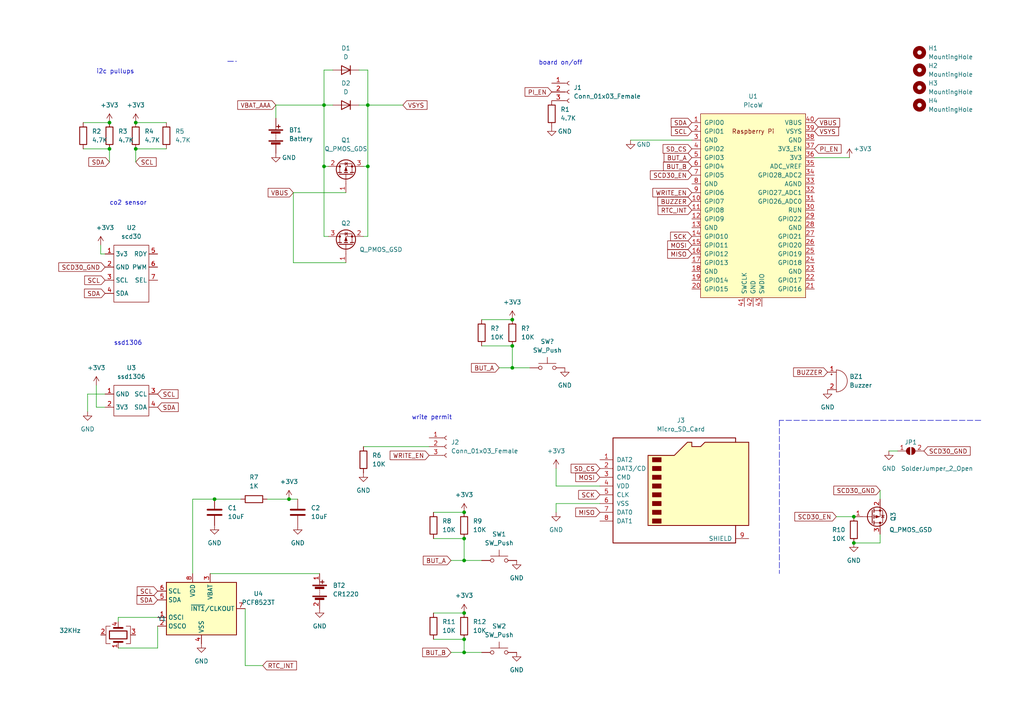
<source format=kicad_sch>
(kicad_sch (version 20211123) (generator eeschema)
  (paper "A4")
  (lib_symbols
    (symbol "Battery_1" (pin_names (offset 0) hide)
      (property "Reference" "BT" (at 2.54 2.54 0))
      (property "Value" "Battery_1" (at 2.54 0 0))
      (symbol "Battery_1_0_1"
        (rectangle (start -2.032 -1.397) (end 2.032 -1.651) (fill (type outline)))
        (rectangle (start -2.032 1.778) (end 2.032 1.524) (fill (type outline)))
        (rectangle (start -1.3208 -1.9812) (end 1.27 -2.4892) (fill (type outline)))
        (rectangle (start -1.3208 1.1938) (end 1.27 0.6858) (fill (type outline)))
        (polyline (pts (xy 0 -1.524) (xy 0 -1.27)))
        (polyline (pts (xy 0 -1.016) (xy 0 -0.762)))
        (polyline (pts (xy 0 -0.508) (xy 0 -0.254)))
        (polyline (pts (xy 0 0) (xy 0 0.254)))
        (polyline (pts (xy 0 0.508) (xy 0 0.762)))
        (polyline (pts (xy 0 1.778) (xy 0 2.54)))
        (polyline (pts (xy 0.254 2.667) (xy 1.27 2.667)) (stroke (width 0.254)))
        (polyline (pts (xy 0.762 3.175) (xy 0.762 2.159)) (stroke (width 0.254)))
      )
      (symbol "Battery_1_1_1"
        (pin passive line (at 0 5.08 270) (length 2.54) (name "+") (number "1"))
        (pin passive line (at 0 -5.08 90) (length 2.54) (name "-") (number "2"))
      )
    )
    (symbol "Connector:Conn_01x03_Female" (pin_names (offset 1.016) hide)
      (property "Reference" "J" (at 0 5.08 0))
      (property "Value" "Conn_01x03_Female" (at 0 -5.08 0))
      (symbol "Conn_01x03_Female_1_1"
        (arc (start 0 -2.032) (mid -0.508 -2.54) (end 0 -3.048) (stroke (width 0.1524)))
        (polyline (pts (xy -1.27 -2.54) (xy -0.508 -2.54)) (stroke (width 0.1524)))
        (polyline (pts (xy -1.27 0) (xy -0.508 0)) (stroke (width 0.1524)))
        (polyline (pts (xy -1.27 2.54) (xy -0.508 2.54)) (stroke (width 0.1524)))
        (arc (start 0 0.508) (mid -0.508 0) (end 0 -0.508) (stroke (width 0.1524)))
        (arc (start 0 3.048) (mid -0.508 2.54) (end 0 2.032) (stroke (width 0.1524)))
        (pin passive line (at -5.08 2.54 0) (length 3.81) (name "Pin_1") (number "1"))
        (pin passive line (at -5.08 0 0) (length 3.81) (name "Pin_2") (number "2"))
        (pin passive line (at -5.08 -2.54 0) (length 3.81) (name "Pin_3") (number "3"))
      )
    )
    (symbol "Connector:Micro_SD_Card" (pin_names (offset 1.016))
      (property "Reference" "J" (at -16.51 15.24 0))
      (property "Value" "Micro_SD_Card" (at 16.51 15.24 0))
      (symbol "Micro_SD_Card_0_1"
        (rectangle (start -7.62 -9.525) (end -5.08 -10.795) (fill (type outline)))
        (rectangle (start -7.62 -6.985) (end -5.08 -8.255) (fill (type outline)))
        (rectangle (start -7.62 -4.445) (end -5.08 -5.715) (fill (type outline)))
        (rectangle (start -7.62 -1.905) (end -5.08 -3.175) (fill (type outline)))
        (rectangle (start -7.62 0.635) (end -5.08 -0.635) (fill (type outline)))
        (rectangle (start -7.62 3.175) (end -5.08 1.905) (fill (type outline)))
        (rectangle (start -7.62 5.715) (end -5.08 4.445) (fill (type outline)))
        (rectangle (start -7.62 8.255) (end -5.08 6.985) (fill (type outline)))
        (polyline (pts (xy 16.51 12.7) (xy 16.51 13.97) (xy -19.05 13.97) (xy -19.05 -16.51) (xy 16.51 -16.51) (xy 16.51 -11.43)) (stroke (width 0.254)))
        (polyline (pts (xy -8.89 -11.43) (xy -8.89 8.89) (xy -1.27 8.89) (xy 2.54 12.7) (xy 3.81 12.7) (xy 3.81 11.43) (xy 6.35 11.43) (xy 7.62 12.7) (xy 20.32 12.7) (xy 20.32 -11.43) (xy -8.89 -11.43)) (stroke (width 0.254)) (fill (type background)))
      )
      (symbol "Micro_SD_Card_1_1"
        (pin bidirectional line (at -22.86 7.62 0) (length 3.81) (name "DAT2") (number "1"))
        (pin bidirectional line (at -22.86 5.08 0) (length 3.81) (name "DAT3/CD") (number "2"))
        (pin input line (at -22.86 2.54 0) (length 3.81) (name "CMD") (number "3"))
        (pin power_in line (at -22.86 0 0) (length 3.81) (name "VDD") (number "4"))
        (pin input line (at -22.86 -2.54 0) (length 3.81) (name "CLK") (number "5"))
        (pin power_in line (at -22.86 -5.08 0) (length 3.81) (name "VSS") (number "6"))
        (pin bidirectional line (at -22.86 -7.62 0) (length 3.81) (name "DAT0") (number "7"))
        (pin bidirectional line (at -22.86 -10.16 0) (length 3.81) (name "DAT1") (number "8"))
        (pin passive line (at 20.32 -15.24 180) (length 3.81) (name "SHIELD") (number "9"))
      )
    )
    (symbol "Device:Battery" (pin_numbers hide) (pin_names (offset 0) hide)
      (property "Reference" "BT" (at 2.54 2.54 0))
      (property "Value" "Battery" (at 2.54 0 0))
      (symbol "Battery_0_1"
        (rectangle (start -2.032 -1.397) (end 2.032 -1.651) (fill (type outline)))
        (rectangle (start -2.032 1.778) (end 2.032 1.524) (fill (type outline)))
        (rectangle (start -1.3208 -1.9812) (end 1.27 -2.4892) (fill (type outline)))
        (rectangle (start -1.3208 1.1938) (end 1.27 0.6858) (fill (type outline)))
        (polyline (pts (xy 0 -1.524) (xy 0 -1.27)))
        (polyline (pts (xy 0 -1.016) (xy 0 -0.762)))
        (polyline (pts (xy 0 -0.508) (xy 0 -0.254)))
        (polyline (pts (xy 0 0) (xy 0 0.254)))
        (polyline (pts (xy 0 0.508) (xy 0 0.762)))
        (polyline (pts (xy 0 1.778) (xy 0 2.54)))
        (polyline (pts (xy 0.254 2.667) (xy 1.27 2.667)) (stroke (width 0.254)))
        (polyline (pts (xy 0.762 3.175) (xy 0.762 2.159)) (stroke (width 0.254)))
      )
      (symbol "Battery_1_1"
        (pin passive line (at 0 5.08 270) (length 2.54) (name "+") (number "1"))
        (pin passive line (at 0 -5.08 90) (length 2.54) (name "-") (number "2"))
      )
    )
    (symbol "Device:Buzzer" (pin_names (offset 0.0254) hide)
      (property "Reference" "BZ" (at 3.81 1.27 0))
      (property "Value" "Buzzer" (at 3.81 -1.27 0))
      (symbol "Buzzer_0_1"
        (arc (start 0 -3.175) (mid 3.175 0) (end 0 3.175))
        (polyline (pts (xy -1.651 1.905) (xy -1.143 1.905)))
        (polyline (pts (xy -1.397 2.159) (xy -1.397 1.651)))
        (polyline (pts (xy 0 3.175) (xy 0 -3.175)))
      )
      (symbol "Buzzer_1_1"
        (pin passive line (at -2.54 2.54 0) (length 2.54) (name "-") (number "1"))
        (pin passive line (at -2.54 -2.54 0) (length 2.54) (name "+") (number "2"))
      )
    )
    (symbol "Device:C" (pin_numbers hide) (pin_names (offset 0.254))
      (property "Reference" "C" (at 0.635 2.54 0))
      (property "Value" "C" (at 0.635 -2.54 0))
      (symbol "C_0_1"
        (polyline (pts (xy -2.032 -0.762) (xy 2.032 -0.762)) (stroke (width 0.508)))
        (polyline (pts (xy -2.032 0.762) (xy 2.032 0.762)) (stroke (width 0.508)))
      )
      (symbol "C_1_1"
        (pin passive line (at 0 3.81 270) (length 2.794) (name "~") (number "1"))
        (pin passive line (at 0 -3.81 90) (length 2.794) (name "~") (number "2"))
      )
    )
    (symbol "Device:Crystal_GND23" (pin_names (offset 1.016) hide)
      (property "Reference" "Y" (at 3.175 5.08 0))
      (property "Value" "Crystal_GND23" (at 3.175 3.175 0))
      (symbol "Crystal_GND23_0_1"
        (rectangle (start -1.143 2.54) (end 1.143 -2.54) (stroke (width 0.3048)))
        (polyline (pts (xy -2.54 0) (xy -2.032 0)))
        (polyline (pts (xy -2.032 -1.27) (xy -2.032 1.27)) (stroke (width 0.508)))
        (polyline (pts (xy 0 -3.81) (xy 0 -3.556)))
        (polyline (pts (xy 0 3.556) (xy 0 3.81)))
        (polyline (pts (xy 2.032 -1.27) (xy 2.032 1.27)) (stroke (width 0.508)))
        (polyline (pts (xy 2.032 0) (xy 2.54 0)))
        (polyline (pts (xy -2.54 -2.286) (xy -2.54 -3.556) (xy 2.54 -3.556) (xy 2.54 -2.286)))
        (polyline (pts (xy -2.54 2.286) (xy -2.54 3.556) (xy 2.54 3.556) (xy 2.54 2.286)))
      )
      (symbol "Crystal_GND23_1_1"
        (pin passive line (at -3.81 0 0) (length 1.27) (name "1") (number "1"))
        (pin passive line (at 0 5.08 270) (length 1.27) (name "2") (number "2"))
        (pin passive line (at 0 -5.08 90) (length 1.27) (name "3") (number "3"))
        (pin passive line (at 3.81 0 180) (length 1.27) (name "4") (number "4"))
      )
    )
    (symbol "Device:D" (pin_numbers hide) (pin_names (offset 1.016) hide)
      (property "Reference" "D" (at 0 2.54 0))
      (property "Value" "D" (at 0 -2.54 0))
      (symbol "D_0_1"
        (polyline (pts (xy -1.27 1.27) (xy -1.27 -1.27)) (stroke (width 0.254)))
        (polyline (pts (xy 1.27 0) (xy -1.27 0)))
        (polyline (pts (xy 1.27 1.27) (xy 1.27 -1.27) (xy -1.27 0) (xy 1.27 1.27)) (stroke (width 0.254)))
      )
      (symbol "D_1_1"
        (pin passive line (at -3.81 0 0) (length 2.54) (name "K") (number "1"))
        (pin passive line (at 3.81 0 180) (length 2.54) (name "A") (number "2"))
      )
    )
    (symbol "Device:Q_PMOS_GDS" (pin_names (offset 0) hide)
      (property "Reference" "Q" (at 5.08 1.27 0))
      (property "Value" "Q_PMOS_GDS" (at 5.08 -1.27 0))
      (symbol "Q_PMOS_GDS_0_1"
        (polyline (pts (xy 0.254 0) (xy -2.54 0)))
        (polyline (pts (xy 0.254 1.905) (xy 0.254 -1.905)) (stroke (width 0.254)))
        (polyline (pts (xy 0.762 -1.27) (xy 0.762 -2.286)) (stroke (width 0.254)))
        (polyline (pts (xy 0.762 0.508) (xy 0.762 -0.508)) (stroke (width 0.254)))
        (polyline (pts (xy 0.762 2.286) (xy 0.762 1.27)) (stroke (width 0.254)))
        (polyline (pts (xy 2.54 2.54) (xy 2.54 1.778)))
        (polyline (pts (xy 2.54 -2.54) (xy 2.54 0) (xy 0.762 0)))
        (polyline (pts (xy 0.762 1.778) (xy 3.302 1.778) (xy 3.302 -1.778) (xy 0.762 -1.778)))
        (polyline (pts (xy 2.286 0) (xy 1.27 0.381) (xy 1.27 -0.381) (xy 2.286 0)) (fill (type outline)))
        (polyline (pts (xy 2.794 -0.508) (xy 2.921 -0.381) (xy 3.683 -0.381) (xy 3.81 -0.254)))
        (polyline (pts (xy 3.302 -0.381) (xy 2.921 0.254) (xy 3.683 0.254) (xy 3.302 -0.381)))
        (circle (center 1.651 0) (radius 2.794) (stroke (width 0.254)))
        (circle (center 2.54 -1.778) (radius 0.254) (fill (type outline)))
        (circle (center 2.54 1.778) (radius 0.254) (fill (type outline)))
      )
      (symbol "Q_PMOS_GDS_1_1"
        (pin input line (at -5.08 0 0) (length 2.54) (name "G") (number "1"))
        (pin passive line (at 2.54 5.08 270) (length 2.54) (name "D") (number "2"))
        (pin passive line (at 2.54 -5.08 90) (length 2.54) (name "S") (number "3"))
      )
    )
    (symbol "Device:Q_PMOS_GSD" (pin_names (offset 0) hide)
      (property "Reference" "Q" (at 5.08 1.27 0))
      (property "Value" "Q_PMOS_GSD" (at 5.08 -1.27 0))
      (symbol "Q_PMOS_GSD_0_1"
        (polyline (pts (xy 0.254 0) (xy -2.54 0)))
        (polyline (pts (xy 0.254 1.905) (xy 0.254 -1.905)) (stroke (width 0.254)))
        (polyline (pts (xy 0.762 -1.27) (xy 0.762 -2.286)) (stroke (width 0.254)))
        (polyline (pts (xy 0.762 0.508) (xy 0.762 -0.508)) (stroke (width 0.254)))
        (polyline (pts (xy 0.762 2.286) (xy 0.762 1.27)) (stroke (width 0.254)))
        (polyline (pts (xy 2.54 2.54) (xy 2.54 1.778)))
        (polyline (pts (xy 2.54 -2.54) (xy 2.54 0) (xy 0.762 0)))
        (polyline (pts (xy 0.762 1.778) (xy 3.302 1.778) (xy 3.302 -1.778) (xy 0.762 -1.778)))
        (polyline (pts (xy 2.286 0) (xy 1.27 0.381) (xy 1.27 -0.381) (xy 2.286 0)) (fill (type outline)))
        (polyline (pts (xy 2.794 -0.508) (xy 2.921 -0.381) (xy 3.683 -0.381) (xy 3.81 -0.254)))
        (polyline (pts (xy 3.302 -0.381) (xy 2.921 0.254) (xy 3.683 0.254) (xy 3.302 -0.381)))
        (circle (center 1.651 0) (radius 2.794) (stroke (width 0.254)))
        (circle (center 2.54 -1.778) (radius 0.254) (fill (type outline)))
        (circle (center 2.54 1.778) (radius 0.254) (fill (type outline)))
      )
      (symbol "Q_PMOS_GSD_1_1"
        (pin input line (at -5.08 0 0) (length 2.54) (name "G") (number "1"))
        (pin passive line (at 2.54 -5.08 90) (length 2.54) (name "S") (number "2"))
        (pin passive line (at 2.54 5.08 270) (length 2.54) (name "D") (number "3"))
      )
    )
    (symbol "Device:R" (pin_numbers hide) (pin_names (offset 0))
      (property "Reference" "R" (at 2.032 0 90))
      (property "Value" "R" (at 0 0 90))
      (symbol "R_0_1"
        (rectangle (start -1.016 -2.54) (end 1.016 2.54) (stroke (width 0.254)))
      )
      (symbol "R_1_1"
        (pin passive line (at 0 3.81 270) (length 1.27) (name "~") (number "1"))
        (pin passive line (at 0 -3.81 90) (length 1.27) (name "~") (number "2"))
      )
    )
    (symbol "Jumper:SolderJumper_2_Open" (pin_names (offset 0) hide)
      (property "Reference" "JP" (at 0 2.032 0))
      (property "Value" "SolderJumper_2_Open" (at 0 -2.54 0))
      (symbol "SolderJumper_2_Open_0_1"
        (arc (start -0.254 1.016) (mid -1.27 0) (end -0.254 -1.016))
        (arc (start -0.254 1.016) (mid -1.27 0) (end -0.254 -1.016) (fill (type outline)))
        (polyline (pts (xy -0.254 1.016) (xy -0.254 -1.016)))
        (polyline (pts (xy 0.254 1.016) (xy 0.254 -1.016)))
        (arc (start 0.254 -1.016) (mid 1.27 0) (end 0.254 1.016))
        (arc (start 0.254 -1.016) (mid 1.27 0) (end 0.254 1.016) (fill (type outline)))
      )
      (symbol "SolderJumper_2_Open_1_1"
        (pin passive line (at -3.81 0 0) (length 2.54) (name "A") (number "1"))
        (pin passive line (at 3.81 0 180) (length 2.54) (name "B") (number "2"))
      )
    )
    (symbol "Mechanical:MountingHole" (pin_names (offset 1.016))
      (property "Reference" "H" (at 0 5.08 0))
      (property "Value" "MountingHole" (at 0 3.175 0))
      (symbol "MountingHole_0_1"
        (circle (center 0 0) (radius 1.27) (stroke (width 1.27)))
      )
    )
    (symbol "RPi_Pico:PicoW" (pin_names (offset 1.016))
      (property "Reference" "U" (at -13.97 27.94 0))
      (property "Value" "PicoW" (at 0 19.05 0))
      (symbol "PicoW_0_0"
        (text "Raspberry Pi" (at 0 21.59 0) (effects (font (size 1.27 1.27))))
      )
      (symbol "PicoW_0_1"
        (rectangle (start -15.24 26.67) (end 15.24 -26.67) (fill (type background)))
      )
      (symbol "PicoW_1_1"
        (pin bidirectional line (at -17.78 24.13 0) (length 2.54) (name "GPIO0") (number "1"))
        (pin bidirectional line (at -17.78 1.27 0) (length 2.54) (name "GPIO7") (number "10"))
        (pin bidirectional line (at -17.78 -1.27 0) (length 2.54) (name "GPIO8") (number "11"))
        (pin bidirectional line (at -17.78 -3.81 0) (length 2.54) (name "GPIO9") (number "12"))
        (pin power_in line (at -17.78 -6.35 0) (length 2.54) (name "GND") (number "13"))
        (pin bidirectional line (at -17.78 -8.89 0) (length 2.54) (name "GPIO10") (number "14"))
        (pin bidirectional line (at -17.78 -11.43 0) (length 2.54) (name "GPIO11") (number "15"))
        (pin bidirectional line (at -17.78 -13.97 0) (length 2.54) (name "GPIO12") (number "16"))
        (pin bidirectional line (at -17.78 -16.51 0) (length 2.54) (name "GPIO13") (number "17"))
        (pin power_in line (at -17.78 -19.05 0) (length 2.54) (name "GND") (number "18"))
        (pin bidirectional line (at -17.78 -21.59 0) (length 2.54) (name "GPIO14") (number "19"))
        (pin bidirectional line (at -17.78 21.59 0) (length 2.54) (name "GPIO1") (number "2"))
        (pin bidirectional line (at -17.78 -24.13 0) (length 2.54) (name "GPIO15") (number "20"))
        (pin bidirectional line (at 17.78 -24.13 180) (length 2.54) (name "GPIO16") (number "21"))
        (pin bidirectional line (at 17.78 -21.59 180) (length 2.54) (name "GPIO17") (number "22"))
        (pin power_in line (at 17.78 -19.05 180) (length 2.54) (name "GND") (number "23"))
        (pin bidirectional line (at 17.78 -16.51 180) (length 2.54) (name "GPIO18") (number "24"))
        (pin bidirectional line (at 17.78 -13.97 180) (length 2.54) (name "GPIO19") (number "25"))
        (pin bidirectional line (at 17.78 -11.43 180) (length 2.54) (name "GPIO20") (number "26"))
        (pin bidirectional line (at 17.78 -8.89 180) (length 2.54) (name "GPIO21") (number "27"))
        (pin power_in line (at 17.78 -6.35 180) (length 2.54) (name "GND") (number "28"))
        (pin bidirectional line (at 17.78 -3.81 180) (length 2.54) (name "GPIO22") (number "29"))
        (pin power_in line (at -17.78 19.05 0) (length 2.54) (name "GND") (number "3"))
        (pin input line (at 17.78 -1.27 180) (length 2.54) (name "RUN") (number "30"))
        (pin bidirectional line (at 17.78 1.27 180) (length 2.54) (name "GPIO26_ADC0") (number "31"))
        (pin bidirectional line (at 17.78 3.81 180) (length 2.54) (name "GPIO27_ADC1") (number "32"))
        (pin power_in line (at 17.78 6.35 180) (length 2.54) (name "AGND") (number "33"))
        (pin bidirectional line (at 17.78 8.89 180) (length 2.54) (name "GPIO28_ADC2") (number "34"))
        (pin unspecified line (at 17.78 11.43 180) (length 2.54) (name "ADC_VREF") (number "35"))
        (pin unspecified line (at 17.78 13.97 180) (length 2.54) (name "3V3") (number "36"))
        (pin input line (at 17.78 16.51 180) (length 2.54) (name "3V3_EN") (number "37"))
        (pin bidirectional line (at 17.78 19.05 180) (length 2.54) (name "GND") (number "38"))
        (pin unspecified line (at 17.78 21.59 180) (length 2.54) (name "VSYS") (number "39"))
        (pin bidirectional line (at -17.78 16.51 0) (length 2.54) (name "GPIO2") (number "4"))
        (pin unspecified line (at 17.78 24.13 180) (length 2.54) (name "VBUS") (number "40"))
        (pin input line (at -2.54 -29.21 90) (length 2.54) (name "SWCLK") (number "41"))
        (pin power_in line (at 0 -29.21 90) (length 2.54) (name "GND") (number "42"))
        (pin bidirectional line (at 2.54 -29.21 90) (length 2.54) (name "SWDIO") (number "43"))
        (pin bidirectional line (at -17.78 13.97 0) (length 2.54) (name "GPIO3") (number "5"))
        (pin bidirectional line (at -17.78 11.43 0) (length 2.54) (name "GPIO4") (number "6"))
        (pin bidirectional line (at -17.78 8.89 0) (length 2.54) (name "GPIO5") (number "7"))
        (pin power_in line (at -17.78 6.35 0) (length 2.54) (name "GND") (number "8"))
        (pin bidirectional line (at -17.78 3.81 0) (length 2.54) (name "GPIO6") (number "9"))
      )
    )
    (symbol "Switch:SW_Push" (pin_numbers hide) (pin_names (offset 1.016) hide)
      (property "Reference" "SW" (at 1.27 2.54 0))
      (property "Value" "SW_Push" (at 0 -1.524 0))
      (symbol "SW_Push_0_1"
        (circle (center -2.032 0) (radius 0.508))
        (polyline (pts (xy 0 1.27) (xy 0 3.048)))
        (polyline (pts (xy 2.54 1.27) (xy -2.54 1.27)))
        (circle (center 2.032 0) (radius 0.508))
        (pin passive line (at -5.08 0 0) (length 2.54) (name "1") (number "1"))
        (pin passive line (at 5.08 0 180) (length 2.54) (name "2") (number "2"))
      )
    )
    (symbol "Timer_RTC:PCF8523T"
      (property "Reference" "U" (at -10.16 8.89 0))
      (property "Value" "PCF8523T" (at 3.81 8.89 0))
      (symbol "PCF8523T_0_1"
        (rectangle (start -10.16 7.62) (end 10.16 -7.62) (stroke (width 0.254)) (fill (type background)))
      )
      (symbol "PCF8523T_1_1"
        (pin input line (at -12.7 -2.54 0) (length 2.54) (name "OSCI") (number "1"))
        (pin output line (at -12.7 -5.08 0) (length 2.54) (name "OSCO") (number "2"))
        (pin power_in line (at 2.54 10.16 270) (length 2.54) (name "VBAT") (number "3"))
        (pin power_in line (at 0 -10.16 90) (length 2.54) (name "VSS") (number "4"))
        (pin bidirectional line (at -12.7 2.54 0) (length 2.54) (name "SDA") (number "5"))
        (pin input line (at -12.7 5.08 0) (length 2.54) (name "SCL") (number "6"))
        (pin open_collector line (at 12.7 0 180) (length 2.54) (name "~{INT1}/CLKOUT") (number "7"))
        (pin power_in line (at -2.54 10.16 270) (length 2.54) (name "VDD") (number "8"))
      )
    )
    (symbol "picoco2:ssd1306"
      (property "Reference" "U" (at 0 0 0))
      (property "Value" "ssd1306" (at 0 0 0))
      (symbol "ssd1306_0_1"
        (rectangle (start 3.81 -1.27) (end -6.35 -10.16))
      )
      (symbol "ssd1306_1_1"
        (pin input line (at -8.89 -3.81 0) (length 2.54) (name "GND") (number "1"))
        (pin input line (at -8.89 -7.62 0) (length 2.54) (name "3V3") (number "2"))
        (pin input line (at 6.35 -3.81 180) (length 2.54) (name "SCL") (number "3"))
        (pin input line (at 6.35 -7.62 180) (length 2.54) (name "SDA") (number "4"))
      )
    )
    (symbol "power:+3V3" (power) (pin_names (offset 0))
      (property "Value" "+3V3" (at 0 3.556 0))
      (symbol "+3V3_0_1"
        (polyline (pts (xy -0.762 1.27) (xy 0 2.54)))
        (polyline (pts (xy 0 0) (xy 0 2.54)))
        (polyline (pts (xy 0 2.54) (xy 0.762 1.27)))
      )
      (symbol "+3V3_1_1"
        (pin power_in line (at 0 0 90) (length 0) hide (name "+3V3") (number "1"))
      )
    )
    (symbol "power:GND" (power) (pin_names (offset 0))
      (property "Value" "GND" (at 0 -3.81 0))
      (symbol "GND_0_1"
        (polyline (pts (xy 0 0) (xy 0 -1.27) (xy 1.27 -1.27) (xy 0 -2.54) (xy -1.27 -1.27) (xy 0 -1.27)))
      )
      (symbol "GND_1_1"
        (pin power_in line (at 0 0 270) (length 0) hide (name "GND") (number "1"))
      )
    )
    (symbol "scd30:scd30"
      (property "Reference" "U" (at 1.27 3.81 0))
      (property "Value" "scd30" (at 1.27 6.35 0))
      (symbol "scd30_0_1"
        (rectangle (start -3.81 2.54) (end 6.35 -13.97))
      )
      (symbol "scd30_1_1"
        (pin input line (at -6.35 0 0) (length 2.54) (name "3v3") (number "1"))
        (pin input line (at -6.35 -3.81 0) (length 2.54) (name "GND") (number "2"))
        (pin input line (at -6.35 -7.62 0) (length 2.54) (name "SCL") (number "3"))
        (pin input line (at -6.35 -11.43 0) (length 2.54) (name "SDA") (number "4"))
        (pin input line (at 8.89 0 180) (length 2.54) (name "RDY") (number "5"))
        (pin input line (at 8.89 -3.81 180) (length 2.54) (name "PWM") (number "6"))
        (pin input line (at 8.89 -7.62 180) (length 2.54) (name "SEL") (number "7"))
      )
    )
  )
  (junction (at 134.62 156.21))
  (junction (at 148.59 92.71))
  (junction (at 134.62 148.59))
  (junction (at 134.62 189.23))
  (junction (at 31.75 43.18))
  (junction (at 39.37 35.56))
  (junction (at 62.23 144.78))
  (junction (at 93.98 48.26))
  (junction (at 148.59 100.33))
  (junction (at 134.62 162.56))
  (junction (at 31.75 35.56))
  (junction (at 134.62 185.42))
  (junction (at 247.65 157.48))
  (junction (at 93.98 30.48))
  (junction (at 148.59 106.68))
  (junction (at 39.37 43.18))
  (junction (at 106.68 48.26))
  (junction (at 83.82 144.78))
  (junction (at 247.65 149.86))
  (junction (at 106.68 30.48))
  (junction (at 134.62 177.8))
  (wire (pts (xy 93.98 30.48) (xy 96.52 30.48)))
  (wire (pts (xy 31.75 43.18) (xy 31.75 46.99)))
  (wire (pts (xy 100.33 55.88) (xy 85.09 55.88)))
  (wire (pts (xy 39.37 43.18) (xy 39.37 46.99)))
  (wire (pts (xy 173.99 140.97) (xy 161.29 140.97)))
  (wire (pts (xy 134.62 185.42) (xy 134.62 189.23)))
  (wire (pts (xy 134.62 189.23) (xy 139.7 189.23)))
  (wire (pts (xy 130.81 162.56) (xy 134.62 162.56)))
  (wire (pts (xy 83.82 144.78) (xy 86.36 144.78)))
  (wire (pts (xy 104.14 20.32) (xy 106.68 20.32)))
  (wire (pts (xy 27.94 111.76) (xy 27.94 118.11)))
  (wire (pts (xy 255.27 157.48) (xy 255.27 154.94)))
  (wire (pts (xy 62.23 144.78) (xy 55.88 144.78)))
  (wire (pts (xy 255.27 142.24) (xy 255.27 144.78)))
  (wire (pts (xy 93.98 48.26) (xy 95.25 48.26)))
  (wire (pts (xy 93.98 20.32) (xy 93.98 30.48)))
  (wire (pts (xy 139.7 100.33) (xy 148.59 100.33)))
  (wire (pts (xy 34.29 187.96) (xy 45.72 187.96)))
  (wire (pts (xy 45.72 179.07) (xy 34.29 179.07)))
  (wire (pts (xy 60.96 166.37) (xy 92.71 166.37)))
  (wire (pts (xy 105.41 129.54) (xy 124.46 129.54)))
  (wire (pts (xy 139.7 92.71) (xy 148.59 92.71)))
  (wire (pts (xy 106.68 48.26) (xy 106.68 68.58)))
  (wire (pts (xy 93.98 48.26) (xy 93.98 68.58)))
  (wire (pts (xy 34.29 179.07) (xy 34.29 180.34)))
  (wire (pts (xy 130.81 189.23) (xy 134.62 189.23)))
  (wire (pts (xy 242.57 149.86) (xy 247.65 149.86)))
  (wire (pts (xy 148.59 100.33) (xy 148.59 106.68)))
  (wire (pts (xy 93.98 68.58) (xy 95.25 68.58)))
  (polyline (pts (xy 284.48 121.92) (xy 226.06 121.92)))
  (wire (pts (xy 125.73 148.59) (xy 134.62 148.59)))
  (polyline (pts (xy 66.04 17.78) (xy 68.58 17.78)))
  (wire (pts (xy 25.4 114.3) (xy 25.4 119.38)))
  (wire (pts (xy 125.73 177.8) (xy 134.62 177.8)))
  (wire (pts (xy 29.21 71.12) (xy 29.21 73.66)))
  (wire (pts (xy 104.14 30.48) (xy 106.68 30.48)))
  (wire (pts (xy 85.09 55.88) (xy 85.09 76.2)))
  (wire (pts (xy 39.37 43.18) (xy 48.26 43.18)))
  (wire (pts (xy 30.48 114.3) (xy 25.4 114.3)))
  (wire (pts (xy 125.73 185.42) (xy 134.62 185.42)))
  (wire (pts (xy 30.48 73.66) (xy 29.21 73.66)))
  (wire (pts (xy 148.59 106.68) (xy 153.67 106.68)))
  (wire (pts (xy 45.72 187.96) (xy 45.72 181.61)))
  (wire (pts (xy 30.48 118.11) (xy 27.94 118.11)))
  (wire (pts (xy 161.29 146.05) (xy 161.29 148.59)))
  (wire (pts (xy 24.13 43.18) (xy 31.75 43.18)))
  (wire (pts (xy 62.23 144.78) (xy 69.85 144.78)))
  (wire (pts (xy 106.68 30.48) (xy 116.84 30.48)))
  (wire (pts (xy 39.37 35.56) (xy 48.26 35.56)))
  (wire (pts (xy 24.13 35.56) (xy 31.75 35.56)))
  (wire (pts (xy 257.81 130.81) (xy 260.35 130.81)))
  (wire (pts (xy 125.73 156.21) (xy 134.62 156.21)))
  (wire (pts (xy 236.22 45.72) (xy 246.38 45.72)))
  (wire (pts (xy 55.88 144.78) (xy 55.88 166.37)))
  (wire (pts (xy 144.78 106.68) (xy 148.59 106.68)))
  (wire (pts (xy 77.47 144.78) (xy 83.82 144.78)))
  (wire (pts (xy 93.98 30.48) (xy 93.98 48.26)))
  (wire (pts (xy 106.68 20.32) (xy 106.68 30.48)))
  (wire (pts (xy 106.68 48.26) (xy 105.41 48.26)))
  (wire (pts (xy 85.09 76.2) (xy 100.33 76.2)))
  (wire (pts (xy 106.68 30.48) (xy 106.68 48.26)))
  (wire (pts (xy 71.12 176.53) (xy 71.12 193.04)))
  (wire (pts (xy 173.99 146.05) (xy 161.29 146.05)))
  (wire (pts (xy 134.62 156.21) (xy 134.62 162.56)))
  (wire (pts (xy 134.62 162.56) (xy 139.7 162.56)))
  (wire (pts (xy 106.68 68.58) (xy 105.41 68.58)))
  (wire (pts (xy 80.01 30.48) (xy 93.98 30.48)))
  (wire (pts (xy 247.65 157.48) (xy 255.27 157.48)))
  (wire (pts (xy 161.29 140.97) (xy 161.29 135.89)))
  (wire (pts (xy 182.88 40.64) (xy 200.66 40.64)))
  (wire (pts (xy 96.52 20.32) (xy 93.98 20.32)))
  (wire (pts (xy 80.01 30.48) (xy 80.01 34.29)))
  (wire (pts (xy 71.12 193.04) (xy 76.2 193.04)))
  (polyline (pts (xy 226.06 121.92) (xy 226.06 166.37)))
  (text "i2c pullups" (at 27.94 21.59 0) (effects (font (size 1.27 1.27)) (justify left bottom)))
  (text "write permit" (at 119.38 121.92 0) (effects (font (size 1.27 1.27)) (justify left bottom)))
  (text "board on/off" (at 156.21 19.05 0) (effects (font (size 1.27 1.27)) (justify left bottom)))
  (text "co2 sensor" (at 31.75 59.69 0) (effects (font (size 1.27 1.27)) (justify left bottom)))
  (text "ssd1306" (at 33.02 100.33 0) (effects (font (size 1.27 1.27)) (justify left bottom)))
  (global_label "SCL" (shape input) (at 45.72 171.45 180) (property "Intersheet References" "${INTERSHEET_REFS}" (effects hide)))
  (global_label "BUT_A" (shape input) (at 200.66 45.72 180) (property "Intersheet References" "${INTERSHEET_REFS}" (effects hide)))
  (global_label "PI_EN" (shape input) (at 236.22 43.18 0) (property "Intersheet References" "${INTERSHEET_REFS}" (effects hide)))
  (global_label "SCL" (shape input) (at 200.66 38.1 180) (property "Intersheet References" "${INTERSHEET_REFS}" (effects hide)))
  (global_label "SCL" (shape input) (at 39.37 46.99 0) (property "Intersheet References" "${INTERSHEET_REFS}" (effects hide)))
  (global_label "SCD30_GND" (shape input) (at 255.27 142.24 180) (property "Intersheet References" "${INTERSHEET_REFS}" (effects hide)))
  (global_label "SCL" (shape input) (at 45.72 114.3 0) (property "Intersheet References" "${INTERSHEET_REFS}" (effects hide)))
  (global_label "BUZZER" (shape input) (at 240.03 107.95 180) (property "Intersheet References" "${INTERSHEET_REFS}" (effects hide)))
  (global_label "SDA" (shape input) (at 31.75 46.99 180) (property "Intersheet References" "${INTERSHEET_REFS}" (effects hide)))
  (global_label "MISO" (shape input) (at 173.99 148.59 180) (property "Intersheet References" "${INTERSHEET_REFS}" (effects hide)))
  (global_label "SCK" (shape input) (at 200.66 68.58 180) (property "Intersheet References" "${INTERSHEET_REFS}" (effects hide)))
  (global_label "RTC_INT" (shape input) (at 76.2 193.04 0) (property "Intersheet References" "${INTERSHEET_REFS}" (effects hide)))
  (global_label "WRITE_EN" (shape input) (at 124.46 132.08 180) (property "Intersheet References" "${INTERSHEET_REFS}" (effects hide)))
  (global_label "BUT_B" (shape input) (at 130.81 189.23 180) (property "Intersheet References" "${INTERSHEET_REFS}" (effects hide)))
  (global_label "MOSI" (shape input) (at 200.66 71.12 180) (property "Intersheet References" "${INTERSHEET_REFS}" (effects hide)))
  (global_label "BUT_A" (shape input) (at 144.78 106.68 180) (property "Intersheet References" "${INTERSHEET_REFS}" (effects hide)))
  (global_label "MOSI" (shape input) (at 173.99 138.43 180) (property "Intersheet References" "${INTERSHEET_REFS}" (effects hide)))
  (global_label "SCD30_GND" (shape input) (at 267.97 130.81 0) (property "Intersheet References" "${INTERSHEET_REFS}" (effects hide)))
  (global_label "BUT_B" (shape input) (at 200.66 48.26 180) (property "Intersheet References" "${INTERSHEET_REFS}" (effects hide)))
  (global_label "BUT_A" (shape input) (at 130.81 162.56 180) (property "Intersheet References" "${INTERSHEET_REFS}" (effects hide)))
  (global_label "SD_CS" (shape input) (at 200.66 43.18 180) (property "Intersheet References" "${INTERSHEET_REFS}" (effects hide)))
  (global_label "SCD30_EN" (shape input) (at 242.57 149.86 180) (property "Intersheet References" "${INTERSHEET_REFS}" (effects hide)))
  (global_label "SDA" (shape input) (at 30.48 85.09 180) (property "Intersheet References" "${INTERSHEET_REFS}" (effects hide)))
  (global_label "SCD30_EN" (shape input) (at 200.66 50.8 180) (property "Intersheet References" "${INTERSHEET_REFS}" (effects hide)))
  (global_label "VSYS" (shape input) (at 236.22 38.1 0) (property "Intersheet References" "${INTERSHEET_REFS}" (effects hide)))
  (global_label "SCD30_GND" (shape input) (at 30.48 77.47 180) (property "Intersheet References" "${INTERSHEET_REFS}" (effects hide)))
  (global_label "WRITE_EN" (shape input) (at 200.66 55.88 180) (property "Intersheet References" "${INTERSHEET_REFS}" (effects hide)))
  (global_label "BUZZER" (shape input) (at 200.66 58.42 180) (property "Intersheet References" "${INTERSHEET_REFS}" (effects hide)))
  (global_label "VBUS" (shape input) (at 85.09 55.88 180) (property "Intersheet References" "${INTERSHEET_REFS}" (effects hide)))
  (global_label "VSYS" (shape input) (at 116.84 30.48 0) (property "Intersheet References" "${INTERSHEET_REFS}" (effects hide)))
  (global_label "VBAT_AAA" (shape input) (at 80.01 30.48 180) (property "Intersheet References" "${INTERSHEET_REFS}" (effects hide)))
  (global_label "SDA" (shape input) (at 45.72 118.11 0) (property "Intersheet References" "${INTERSHEET_REFS}" (effects hide)))
  (global_label "SCK" (shape input) (at 173.99 143.51 180) (property "Intersheet References" "${INTERSHEET_REFS}" (effects hide)))
  (global_label "SDA" (shape input) (at 200.66 35.56 180) (property "Intersheet References" "${INTERSHEET_REFS}" (effects hide)))
  (global_label "VBUS" (shape input) (at 236.22 35.56 0) (property "Intersheet References" "${INTERSHEET_REFS}" (effects hide)))
  (global_label "SCL" (shape input) (at 30.48 81.28 180) (property "Intersheet References" "${INTERSHEET_REFS}" (effects hide)))
  (global_label "SDA" (shape input) (at 45.72 173.99 180) (property "Intersheet References" "${INTERSHEET_REFS}" (effects hide)))
  (global_label "PI_EN" (shape input) (at 160.02 26.67 180) (property "Intersheet References" "${INTERSHEET_REFS}" (effects hide)))
  (global_label "RTC_INT" (shape input) (at 200.66 60.96 180) (property "Intersheet References" "${INTERSHEET_REFS}" (effects hide)))
  (global_label "SD_CS" (shape input) (at 173.99 135.89 180) (property "Intersheet References" "${INTERSHEET_REFS}" (effects hide)))
  (global_label "MISO" (shape input) (at 200.66 73.66 180) (property "Intersheet References" "${INTERSHEET_REFS}" (effects hide)))
  (symbol (lib_id "Device:R") (at 125.73 181.61 0) (unit 1)
    (property "Reference" "R11" (at 128.27 180.3399 0) (effects (justify left)))
    (property "Value" "10K" (at 128.27 182.8799 0) (effects (justify left)))
    (property "Footprint" "Resistor_THT:R_Axial_DIN0204_L3.6mm_D1.6mm_P7.62mm_Horizontal" (effects hide))
  )
  (symbol (lib_id "Connector:Conn_01x03_Female") (at 165.1 26.67 0) (unit 1)
    (property "Reference" "J1" (at 166.37 25.3999 0) (effects (justify left)))
    (property "Value" "Conn_01x03_Female" (at 166.37 27.9399 0) (effects (justify left)))
    (property "Footprint" "Connector_PinSocket_2.54mm:PinSocket_1x03_P2.54mm_Vertical" (effects hide))
  )
  (symbol (lib_id "Device:Crystal_GND23") (at 34.29 184.15 90) (unit 1)
    (property "Reference" "Y1" (at 46.99 179.451 90))
    (property "Value" "32KHz" (at 20.32 182.88 90))
    (property "Footprint" "Crystal:Crystal_SMD_Abracon_ABS25-4Pin_8.0x3.8mm" (effects hide))
  )
  (symbol (lib_id "power:GND") (at 247.65 157.48 0) (unit 1)
    (property "Reference" "#PWR019" (effects hide))
    (property "Value" "GND" (at 247.65 162.56 0))
  )
  (symbol (lib_id "power:+3V3") (at 27.94 111.76 0) (unit 1)
    (property "Reference" "#PWR08" (effects hide))
    (property "Value" "+3V3" (at 27.94 106.68 0))
  )
  (symbol (lib_id "power:+3V3") (at 134.62 148.59 0) (unit 1)
    (property "Reference" "#PWR015" (effects hide))
    (property "Value" "+3V3" (at 134.62 143.51 0))
  )
  (symbol (lib_id "Mechanical:MountingHole") (at 266.7 20.32 0) (unit 1)
    (property "Reference" "H2" (at 269.24 19.0499 0) (effects (justify left)))
    (property "Value" "MountingHole" (at 269.24 21.5899 0) (effects (justify left)))
    (property "Footprint" "MountingHole:MountingHole_3.2mm_M3" (effects hide))
  )
  (symbol (lib_id "Connector:Micro_SD_Card") (at 196.85 140.97 0) (unit 1)
    (property "Reference" "J3" (at 197.485 121.92 0))
    (property "Value" "Micro_SD_Card" (at 197.485 124.46 0))
    (property "Footprint" "picoco2:DM3D-SF_outline" (effects hide))
    (property "Datasheet" "http://katalog.we-online.de/em/datasheet/693072010801.pdf" (effects hide))
  )
  (symbol (lib_id "Device:D") (at 100.33 20.32 180) (unit 1)
    (property "Reference" "D1" (at 100.33 13.97 0))
    (property "Value" "D" (at 100.33 16.51 0))
    (property "Footprint" "Diode_THT:D_5W_P10.16mm_Horizontal" (effects hide))
  )
  (symbol (lib_name "Battery_1") (lib_id "Device:Battery") (at 92.71 171.45 0) (unit 1)
    (property "Reference" "BT2" (at 96.52 169.7989 0) (effects (justify left)))
    (property "Value" "CR1220" (at 96.52 172.3389 0) (effects (justify left)))
    (property "Footprint" "picoco2:CR1220-2" (effects hide))
  )
  (symbol (lib_id "Device:C") (at 62.23 148.59 0) (unit 1)
    (property "Reference" "C1" (at 66.04 147.3199 0) (effects (justify left)))
    (property "Value" "10uF" (at 66.04 149.8599 0) (effects (justify left)))
    (property "Footprint" "Capacitor_SMD:C_0603_1608Metric_Pad1.08x0.95mm_HandSolder" (effects hide))
  )
  (symbol (lib_id "power:GND") (at 80.01 44.45 0) (unit 1)
    (property "Reference" "#PWR05" (effects hide))
    (property "Value" "GND" (at 83.82 45.72 0))
  )
  (symbol (lib_id "power:GND") (at 161.29 148.59 0) (unit 1)
    (property "Reference" "#PWR016" (effects hide))
    (property "Value" "GND" (at 161.29 153.67 0))
  )
  (symbol (lib_id "Timer_RTC:PCF8523T") (at 58.42 176.53 0) (unit 1)
    (property "Reference" "U4" (at 74.93 172.1993 0))
    (property "Value" "PCF8523T" (at 74.93 174.7393 0))
    (property "Footprint" "Package_SO:SOIC-8_3.9x4.9mm_P1.27mm" (effects hide))
    (property "Datasheet" "https://www.nxp.com/docs/en/data-sheet/PCF8523.pdf" (effects hide))
  )
  (symbol (lib_id "Device:R") (at 39.37 39.37 0) (unit 1)
    (property "Reference" "R4" (at 41.91 38.0999 0) (effects (justify left)))
    (property "Value" "4.7K" (at 41.91 40.6399 0) (effects (justify left)))
    (property "Footprint" "Resistor_SMD:R_0603_1608Metric_Pad0.98x0.95mm_HandSolder" (effects hide))
  )
  (symbol (lib_id "Device:R") (at 24.13 39.37 0) (unit 1)
    (property "Reference" "R2" (at 26.67 38.0999 0) (effects (justify left)))
    (property "Value" "4.7K" (at 26.67 40.6399 0) (effects (justify left)))
    (property "Footprint" "Resistor_THT:R_Axial_DIN0204_L3.6mm_D1.6mm_P7.62mm_Horizontal" (effects hide))
  )
  (symbol (lib_id "Device:R") (at 134.62 152.4 0) (unit 1)
    (property "Reference" "R9" (at 137.16 151.1299 0) (effects (justify left)))
    (property "Value" "10K" (at 137.16 153.6699 0) (effects (justify left)))
    (property "Footprint" "Resistor_THT:R_Axial_DIN0204_L3.6mm_D1.6mm_P7.62mm_Horizontal" (effects hide))
  )
  (symbol (lib_id "Device:R") (at 31.75 39.37 0) (unit 1)
    (property "Reference" "R3" (at 34.29 38.0999 0) (effects (justify left)))
    (property "Value" "4.7K" (at 34.29 40.6399 0) (effects (justify left)))
    (property "Footprint" "Resistor_SMD:R_0603_1608Metric_Pad0.98x0.95mm_HandSolder" (effects hide))
  )
  (symbol (lib_id "Device:R") (at 48.26 39.37 0) (unit 1)
    (property "Reference" "R5" (at 50.8 38.0999 0) (effects (justify left)))
    (property "Value" "4.7K" (at 50.8 40.6399 0) (effects (justify left)))
    (property "Footprint" "Resistor_THT:R_Axial_DIN0204_L3.6mm_D1.6mm_P7.62mm_Horizontal" (effects hide))
  )
  (symbol (lib_id "Device:C") (at 86.36 148.59 0) (unit 1)
    (property "Reference" "C2" (at 90.17 147.3199 0) (effects (justify left)))
    (property "Value" "10uF" (at 90.17 149.8599 0) (effects (justify left)))
    (property "Footprint" "Capacitor_SMD:C_0603_1608Metric_Pad1.08x0.95mm_HandSolder" (effects hide))
  )
  (symbol (lib_id "power:+3V3") (at 246.38 45.72 0) (unit 1)
    (property "Reference" "#PWR06" (effects hide))
    (property "Value" "+3V3" (at 250.19 43.18 0))
  )
  (symbol (lib_id "power:GND") (at 25.4 119.38 0) (unit 1)
    (property "Reference" "#PWR010" (effects hide))
    (property "Value" "GND" (at 25.4 124.46 0))
  )
  (symbol (lib_id "power:+3V3") (at 148.59 92.71 0) (unit 1)
    (property "Reference" "#PWR?" (effects hide))
    (property "Value" "+3V3" (at 148.59 87.63 0))
  )
  (symbol (lib_id "RPi_Pico:PicoW") (at 218.44 59.69 0) (unit 1)
    (property "Reference" "U1" (at 218.44 27.94 0))
    (property "Value" "PicoW" (at 218.44 30.48 0))
    (property "Footprint" "RPi_Pico:RPi_PicoW_SMD" (effects hide))
  )
  (symbol (lib_id "Device:R") (at 73.66 144.78 90) (unit 1)
    (property "Reference" "R7" (at 73.66 138.43 90))
    (property "Value" "1K" (at 73.66 140.97 90))
    (property "Footprint" "Resistor_SMD:R_0603_1608Metric_Pad0.98x0.95mm_HandSolder" (effects hide))
  )
  (symbol (lib_id "power:GND") (at 149.86 162.56 0) (unit 1)
    (property "Reference" "#PWR020" (effects hide))
    (property "Value" "GND" (at 149.86 167.64 0))
  )
  (symbol (lib_id "Device:R") (at 247.65 153.67 0) (unit 1)
    (property "Reference" "R10" (at 241.3 153.67 0) (effects (justify left)))
    (property "Value" "10K" (at 241.3 156.21 0) (effects (justify left)))
    (property "Footprint" "Resistor_SMD:R_0603_1608Metric_Pad0.98x0.95mm_HandSolder" (effects hide))
  )
  (symbol (lib_id "Device:R") (at 139.7 96.52 0) (unit 1)
    (property "Reference" "R?" (at 142.24 95.2499 0) (effects (justify left)))
    (property "Value" "10K" (at 142.24 97.7899 0) (effects (justify left)))
    (property "Footprint" "Resistor_THT:R_Axial_DIN0204_L3.6mm_D1.6mm_P7.62mm_Horizontal" (effects hide))
  )
  (symbol (lib_id "power:GND") (at 257.81 130.81 0) (unit 1)
    (property "Reference" "#PWR011" (effects hide))
    (property "Value" "GND" (at 257.81 135.89 0))
  )
  (symbol (lib_id "power:+3V3") (at 161.29 135.89 0) (unit 1)
    (property "Reference" "#PWR012" (effects hide))
    (property "Value" "+3V3" (at 161.29 130.81 0))
  )
  (symbol (lib_id "scd30:scd30") (at 36.83 73.66 0) (unit 1)
    (property "Reference" "U2" (at 38.1 66.04 0))
    (property "Value" "scd30" (at 38.1 68.58 0))
    (property "Footprint" "picoco2:scd30_a" (effects hide))
  )
  (symbol (lib_id "Mechanical:MountingHole") (at 266.7 15.24 0) (unit 1)
    (property "Reference" "H1" (at 269.24 13.9699 0) (effects (justify left)))
    (property "Value" "MountingHole" (at 269.24 16.5099 0) (effects (justify left)))
    (property "Footprint" "MountingHole:MountingHole_3.2mm_M3" (effects hide))
  )
  (symbol (lib_id "power:+3V3") (at 29.21 71.12 0) (unit 1)
    (property "Reference" "#PWR07" (effects hide))
    (property "Value" "+3V3" (at 30.48 66.04 0))
  )
  (symbol (lib_id "Device:D") (at 100.33 30.48 180) (unit 1)
    (property "Reference" "D2" (at 100.33 24.13 0))
    (property "Value" "D" (at 100.33 26.67 0))
    (property "Footprint" "Diode_SMD:D_SOD-123F" (effects hide))
  )
  (symbol (lib_id "power:GND") (at 62.23 152.4 0) (unit 1)
    (property "Reference" "#PWR017" (effects hide))
    (property "Value" "GND" (at 62.23 157.48 0))
  )
  (symbol (lib_id "Device:R") (at 134.62 181.61 0) (unit 1)
    (property "Reference" "R12" (at 137.16 180.3399 0) (effects (justify left)))
    (property "Value" "10K" (at 137.16 182.8799 0) (effects (justify left)))
    (property "Footprint" "Resistor_SMD:R_0603_1608Metric_Pad0.98x0.95mm_HandSolder" (effects hide))
  )
  (symbol (lib_id "Device:R") (at 105.41 133.35 0) (unit 1)
    (property "Reference" "R6" (at 107.95 132.0799 0) (effects (justify left)))
    (property "Value" "10K" (at 107.95 134.6199 0) (effects (justify left)))
    (property "Footprint" "Resistor_SMD:R_0603_1608Metric_Pad0.98x0.95mm_HandSolder" (effects hide))
  )
  (symbol (lib_id "power:GND") (at 163.83 106.68 0) (unit 1)
    (property "Reference" "#PWR?" (effects hide))
    (property "Value" "GND" (at 163.83 111.76 0))
  )
  (symbol (lib_id "Device:R") (at 125.73 152.4 0) (unit 1)
    (property "Reference" "R8" (at 128.27 151.1299 0) (effects (justify left)))
    (property "Value" "10K" (at 128.27 153.6699 0) (effects (justify left)))
    (property "Footprint" "Resistor_THT:R_Axial_DIN0204_L3.6mm_D1.6mm_P7.62mm_Horizontal" (effects hide))
  )
  (symbol (lib_id "power:+3V3") (at 39.37 35.56 0) (unit 1)
    (property "Reference" "#PWR02" (effects hide))
    (property "Value" "+3V3" (at 39.37 30.48 0))
  )
  (symbol (lib_id "picoco2:ssd1306") (at 39.37 110.49 0) (unit 1)
    (property "Reference" "U3" (at 38.1 106.68 0))
    (property "Value" "ssd1306" (at 38.1 109.22 0))
    (property "Footprint" "picoco2:ssd1306_b" (effects hide))
  )
  (symbol (lib_id "power:GND") (at 240.03 113.03 0) (unit 1)
    (property "Reference" "#PWR09" (effects hide))
    (property "Value" "GND" (at 240.03 118.11 0))
  )
  (symbol (lib_id "Mechanical:MountingHole") (at 266.7 30.48 0) (unit 1)
    (property "Reference" "H4" (at 269.24 29.2099 0) (effects (justify left)))
    (property "Value" "MountingHole" (at 269.24 31.7499 0) (effects (justify left)))
    (property "Footprint" "MountingHole:MountingHole_3.2mm_M3" (effects hide))
  )
  (symbol (lib_id "Connector:Conn_01x03_Female") (at 129.54 129.54 0) (unit 1)
    (property "Reference" "J2" (at 130.81 128.2699 0) (effects (justify left)))
    (property "Value" "Conn_01x03_Female" (at 130.81 130.8099 0) (effects (justify left)))
    (property "Footprint" "Connector_PinSocket_2.54mm:PinSocket_1x03_P2.54mm_Vertical" (effects hide))
  )
  (symbol (lib_id "power:GND") (at 149.86 189.23 0) (unit 1)
    (property "Reference" "#PWR024" (effects hide))
    (property "Value" "GND" (at 149.86 194.31 0))
  )
  (symbol (lib_id "power:+3V3") (at 134.62 177.8 0) (unit 1)
    (property "Reference" "#PWR022" (effects hide))
    (property "Value" "+3V3" (at 134.62 172.72 0))
  )
  (symbol (lib_id "power:+3V3") (at 83.82 144.78 0) (unit 1)
    (property "Reference" "#PWR014" (effects hide))
    (property "Value" "+3V3" (at 83.82 139.7 0))
  )
  (symbol (lib_id "Mechanical:MountingHole") (at 266.7 25.4 0) (unit 1)
    (property "Reference" "H3" (at 269.24 24.1299 0) (effects (justify left)))
    (property "Value" "MountingHole" (at 269.24 26.6699 0) (effects (justify left)))
    (property "Footprint" "MountingHole:MountingHole_3.2mm_M3" (effects hide))
  )
  (symbol (lib_id "Device:R") (at 160.02 33.02 0) (unit 1)
    (property "Reference" "R1" (at 162.56 31.7499 0) (effects (justify left)))
    (property "Value" "4.7K" (at 162.56 34.2899 0) (effects (justify left)))
    (property "Footprint" "Resistor_SMD:R_0603_1608Metric_Pad0.98x0.95mm_HandSolder" (effects hide))
  )
  (symbol (lib_id "Switch:SW_Push") (at 144.78 162.56 0) (unit 1)
    (property "Reference" "SW1" (at 144.78 154.94 0))
    (property "Value" "SW_Push" (at 144.78 157.48 0))
    (property "Footprint" "Button_Switch_THT:SW_Tactile_SPST_Angled_PTS645Vx31-2LFS" (effects hide))
  )
  (symbol (lib_id "Device:R") (at 148.59 96.52 0) (unit 1)
    (property "Reference" "R?" (at 151.13 95.2499 0) (effects (justify left)))
    (property "Value" "10K" (at 151.13 97.7899 0) (effects (justify left)))
    (property "Footprint" "Resistor_THT:R_Axial_DIN0204_L3.6mm_D1.6mm_P7.62mm_Horizontal" (effects hide))
  )
  (symbol (lib_id "Switch:SW_Push") (at 158.75 106.68 0) (unit 1)
    (property "Reference" "SW?" (at 158.75 99.06 0))
    (property "Value" "SW_Push" (at 158.75 101.6 0))
    (property "Footprint" "Button_Switch_THT:SW_Tactile_SPST_Angled_PTS645Vx31-2LFS" (effects hide))
  )
  (symbol (lib_id "power:GND") (at 160.02 36.83 0) (unit 1)
    (property "Reference" "#PWR03" (effects hide))
    (property "Value" "GND" (at 163.83 38.1 0))
  )
  (symbol (lib_id "power:GND") (at 92.71 176.53 0) (unit 1)
    (property "Reference" "#PWR021" (effects hide))
    (property "Value" "GND" (at 92.71 181.61 0))
  )
  (symbol (lib_id "Device:Q_PMOS_GSD") (at 100.33 71.12 90) (unit 1)
    (property "Reference" "Q2" (at 100.33 64.77 90))
    (property "Value" "Q_PMOS_GSD" (at 110.49 72.39 90))
    (property "Footprint" "Package_TO_SOT_SMD:SOT-23" (effects hide))
  )
  (symbol (lib_id "Jumper:SolderJumper_2_Open") (at 264.16 130.81 0) (unit 1)
    (property "Reference" "JP1" (at 264.16 128.27 0))
    (property "Value" "SolderJumper_2_Open" (at 271.78 135.89 0))
    (property "Footprint" "Jumper:SolderJumper-2_P1.3mm_Open_Pad1.0x1.5mm" (effects hide))
  )
  (symbol (lib_id "Device:Battery") (at 80.01 39.37 0) (unit 1)
    (property "Reference" "BT1" (at 83.82 37.7189 0) (effects (justify left)))
    (property "Value" "Battery" (at 83.82 40.2589 0) (effects (justify left)))
    (property "Footprint" "Battery:BatteryHolder_Keystone_2468_2xAAA" (effects hide))
  )
  (symbol (lib_id "power:GND") (at 182.88 40.64 0) (unit 1)
    (property "Reference" "#PWR04" (effects hide))
    (property "Value" "GND" (at 186.69 41.91 0))
  )
  (symbol (lib_id "power:GND") (at 58.42 186.69 0) (unit 1)
    (property "Reference" "#PWR023" (effects hide))
    (property "Value" "GND" (at 58.42 191.77 0))
  )
  (symbol (lib_id "power:GND") (at 86.36 152.4 0) (unit 1)
    (property "Reference" "#PWR018" (effects hide))
    (property "Value" "GND" (at 86.36 157.48 0))
  )
  (symbol (lib_id "power:GND") (at 105.41 137.16 0) (unit 1)
    (property "Reference" "#PWR013" (effects hide))
    (property "Value" "GND" (at 105.41 142.24 0))
  )
  (symbol (lib_id "Device:Q_PMOS_GSD") (at 252.73 149.86 0) (mirror x) (unit 1)
    (property "Reference" "Q3" (at 259.08 149.86 90))
    (property "Value" "Q_PMOS_GSD" (at 264.16 153.67 0))
    (property "Footprint" "Package_TO_SOT_SMD:SOT-23" (effects hide))
  )
  (symbol (lib_id "Device:Q_PMOS_GDS") (at 100.33 50.8 90) (unit 1)
    (property "Reference" "Q1" (at 100.33 40.64 90))
    (property "Value" "Q_PMOS_GDS" (at 100.33 43.18 90))
    (property "Footprint" "Package_TO_SOT_THT:TO-220-3_Vertical" (effects hide))
  )
  (symbol (lib_id "power:+3V3") (at 31.75 35.56 0) (unit 1)
    (property "Reference" "#PWR01" (effects hide))
    (property "Value" "+3V3" (at 31.75 30.48 0))
  )
  (symbol (lib_id "Switch:SW_Push") (at 144.78 189.23 0) (unit 1)
    (property "Reference" "SW2" (at 144.78 181.61 0))
    (property "Value" "SW_Push" (at 144.78 184.15 0))
    (property "Footprint" "Button_Switch_THT:SW_Tactile_SPST_Angled_PTS645Vx31-2LFS" (effects hide))
  )
  (symbol (lib_id "Device:Buzzer") (at 242.57 110.49 0) (unit 1)
    (property "Reference" "BZ1" (at 246.38 109.2199 0) (effects (justify left)))
    (property "Value" "Buzzer" (at 246.38 111.7599 0) (effects (justify left)))
    (property "Footprint" "picoco2:CUI_CMT-4023S-SMT-TR" (effects hide))
  )
)
</source>
